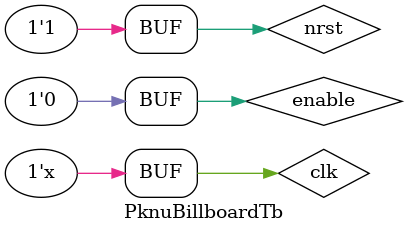
<source format=v>
`timescale 1ns / 1ps

module PknuBillboardTb;
    //input
    reg clk;
    reg nrst;
    reg enable;
    wire    [4:0]   LedOut;
    // PknuBillboard instance
    PknuBillboard inst1(
        .clk(clk),
        .nrst(nrst),
        .enable(enable),
        .LedOut(LedOut)
    );
    // clock generation
    always  #20 begin
        clk =   ~clk;
    end
    // testbench
    initial begin
        clk     =   1'b0;
        enable  =   1'b0;
        nrst    =   1'b1;
        
        #40 nrst    =   1'b0;
        #40 nrst    =   1'b1;
        
        #40 enable  =   1'b1;
        #40 enable  =   1'b0;
    end
endmodule

</source>
